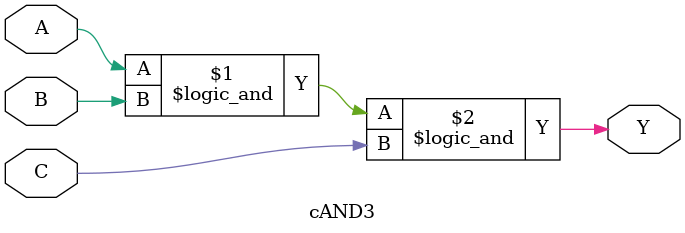
<source format=v>
module cAND3(input wire A, input wire B, input wire C, output wire Y);
assign Y = A && B && C;
endmodule

</source>
